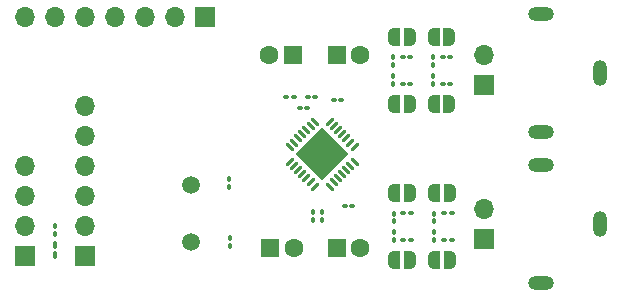
<source format=gbr>
%TF.GenerationSoftware,KiCad,Pcbnew,(6.0.5)*%
%TF.CreationDate,2022-08-07T22:36:51-04:00*%
%TF.ProjectId,ADE7953-Power-Sensor-breakout,41444537-3935-4332-9d50-6f7765722d53,rev?*%
%TF.SameCoordinates,Original*%
%TF.FileFunction,Soldermask,Top*%
%TF.FilePolarity,Negative*%
%FSLAX46Y46*%
G04 Gerber Fmt 4.6, Leading zero omitted, Abs format (unit mm)*
G04 Created by KiCad (PCBNEW (6.0.5)) date 2022-08-07 22:36:51*
%MOMM*%
%LPD*%
G01*
G04 APERTURE LIST*
G04 Aperture macros list*
%AMRoundRect*
0 Rectangle with rounded corners*
0 $1 Rounding radius*
0 $2 $3 $4 $5 $6 $7 $8 $9 X,Y pos of 4 corners*
0 Add a 4 corners polygon primitive as box body*
4,1,4,$2,$3,$4,$5,$6,$7,$8,$9,$2,$3,0*
0 Add four circle primitives for the rounded corners*
1,1,$1+$1,$2,$3*
1,1,$1+$1,$4,$5*
1,1,$1+$1,$6,$7*
1,1,$1+$1,$8,$9*
0 Add four rect primitives between the rounded corners*
20,1,$1+$1,$2,$3,$4,$5,0*
20,1,$1+$1,$4,$5,$6,$7,0*
20,1,$1+$1,$6,$7,$8,$9,0*
20,1,$1+$1,$8,$9,$2,$3,0*%
%AMRotRect*
0 Rectangle, with rotation*
0 The origin of the aperture is its center*
0 $1 length*
0 $2 width*
0 $3 Rotation angle, in degrees counterclockwise*
0 Add horizontal line*
21,1,$1,$2,0,0,$3*%
%AMFreePoly0*
4,1,20,0.000000,0.744959,0.073905,0.744508,0.209726,0.703889,0.328688,0.626782,0.421226,0.519385,0.479903,0.390333,0.500000,0.250000,0.500000,-0.250000,0.499851,-0.262216,0.476331,-0.402017,0.414519,-0.529596,0.319384,-0.634700,0.198574,-0.708877,0.061801,-0.746166,0.000000,-0.745033,0.000000,-0.750000,-0.500000,-0.750000,-0.500000,0.750000,0.000000,0.750000,0.000000,0.744959,
0.000000,0.744959,$1*%
%AMFreePoly1*
4,1,22,0.500000,-0.750000,0.000000,-0.750000,0.000000,-0.745033,-0.079941,-0.743568,-0.215256,-0.701293,-0.333266,-0.622738,-0.424486,-0.514219,-0.481581,-0.384460,-0.499164,-0.250000,-0.500000,-0.250000,-0.500000,0.250000,-0.499164,0.250000,-0.499963,0.256109,-0.478152,0.396186,-0.417904,0.524511,-0.324060,0.630769,-0.204165,0.706417,-0.067858,0.745374,0.000000,0.744959,0.000000,0.750000,
0.500000,0.750000,0.500000,-0.750000,0.500000,-0.750000,$1*%
G04 Aperture macros list end*
%ADD10C,1.500000*%
%ADD11RoundRect,0.062500X0.327037X-0.238649X-0.238649X0.327037X-0.327037X0.238649X0.238649X-0.327037X0*%
%ADD12RoundRect,0.062500X0.327037X0.238649X0.238649X0.327037X-0.327037X-0.238649X-0.238649X-0.327037X0*%
%ADD13RotRect,3.140000X3.140000X135.000000*%
%ADD14RoundRect,0.100000X-0.130000X-0.100000X0.130000X-0.100000X0.130000X0.100000X-0.130000X0.100000X0*%
%ADD15RoundRect,0.100000X-0.100000X0.130000X-0.100000X-0.130000X0.100000X-0.130000X0.100000X0.130000X0*%
%ADD16R,1.600000X1.600000*%
%ADD17C,1.600000*%
%ADD18RoundRect,0.100000X0.130000X0.100000X-0.130000X0.100000X-0.130000X-0.100000X0.130000X-0.100000X0*%
%ADD19RoundRect,0.100000X0.100000X-0.130000X0.100000X0.130000X-0.100000X0.130000X-0.100000X-0.130000X0*%
%ADD20O,2.200000X1.200000*%
%ADD21O,1.200000X2.200000*%
%ADD22FreePoly0,180.000000*%
%ADD23FreePoly1,180.000000*%
%ADD24R,1.700000X1.700000*%
%ADD25O,1.700000X1.700000*%
%ADD26RoundRect,0.100000X0.100000X-0.217500X0.100000X0.217500X-0.100000X0.217500X-0.100000X-0.217500X0*%
G04 APERTURE END LIST*
D10*
%TO.C,Y1*%
X191660000Y-70110000D03*
X191660000Y-65230000D03*
%TD*%
D11*
%TO.C,U1*%
X203357557Y-65398878D03*
X203711111Y-65045324D03*
X204064664Y-64691771D03*
X204418217Y-64338217D03*
X204771771Y-63984664D03*
X205125324Y-63631111D03*
X205478878Y-63277557D03*
D12*
X205478878Y-62022443D03*
X205125324Y-61668889D03*
X204771771Y-61315336D03*
X204418217Y-60961783D03*
X204064664Y-60608229D03*
X203711111Y-60254676D03*
X203357557Y-59901122D03*
D11*
X202102443Y-59901122D03*
X201748889Y-60254676D03*
X201395336Y-60608229D03*
X201041783Y-60961783D03*
X200688229Y-61315336D03*
X200334676Y-61668889D03*
X199981122Y-62022443D03*
D12*
X199981122Y-63277557D03*
X200334676Y-63631111D03*
X200688229Y-63984664D03*
X201041783Y-64338217D03*
X201395336Y-64691771D03*
X201748889Y-65045324D03*
X202102443Y-65398878D03*
D13*
X202730000Y-62650000D03*
%TD*%
D14*
%TO.C,R9*%
X199700000Y-57830000D03*
X200340000Y-57830000D03*
%TD*%
D15*
%TO.C,R8*%
X201910000Y-67550000D03*
X201910000Y-68190000D03*
%TD*%
D16*
%TO.C,C17*%
X198314888Y-70610000D03*
D17*
X200314888Y-70610000D03*
%TD*%
D14*
%TO.C,C16*%
X200810000Y-58760000D03*
X201450000Y-58760000D03*
%TD*%
D16*
%TO.C,C15*%
X203944888Y-54220000D03*
D17*
X205944888Y-54220000D03*
%TD*%
D18*
%TO.C,C14*%
X204360000Y-58060000D03*
X203720000Y-58060000D03*
%TD*%
D15*
%TO.C,C13*%
X194880000Y-65430000D03*
X194880000Y-64790000D03*
%TD*%
D19*
%TO.C,C12*%
X194930000Y-69760000D03*
X194930000Y-70400000D03*
%TD*%
D16*
%TO.C,C11*%
X200225113Y-54230000D03*
D17*
X198225113Y-54230000D03*
%TD*%
%TO.C,C10*%
X205944888Y-70610000D03*
D16*
X203944888Y-70610000D03*
%TD*%
D18*
%TO.C,C9*%
X202150000Y-57850000D03*
X201510000Y-57850000D03*
%TD*%
D14*
%TO.C,C8*%
X204650000Y-67030000D03*
X205290000Y-67030000D03*
%TD*%
D19*
%TO.C,C7*%
X202710000Y-68190000D03*
X202710000Y-67550000D03*
%TD*%
D20*
%TO.C,INPUT-B-1*%
X221267887Y-60800000D03*
D21*
X226267887Y-55800000D03*
D20*
X221267887Y-50800000D03*
%TD*%
D22*
%TO.C,JP3*%
X208847887Y-71610000D03*
D23*
X210147887Y-71610000D03*
%TD*%
D14*
%TO.C,R10*%
X209562887Y-54440000D03*
X210202887Y-54440000D03*
%TD*%
D18*
%TO.C,R7*%
X209552887Y-56730000D03*
X210192887Y-56730000D03*
%TD*%
D14*
%TO.C,R6*%
X213047887Y-67670000D03*
X213687887Y-67670000D03*
%TD*%
D18*
%TO.C,R1*%
X213047887Y-69930000D03*
X213687887Y-69930000D03*
%TD*%
D22*
%TO.C,JP8*%
X208837887Y-52760000D03*
D23*
X210137887Y-52760000D03*
%TD*%
D22*
%TO.C,JP7*%
X208827887Y-58420000D03*
D23*
X210127887Y-58420000D03*
%TD*%
%TO.C,JP6*%
X213497887Y-52760000D03*
D22*
X212197887Y-52760000D03*
%TD*%
%TO.C,JP5*%
X212187887Y-58420000D03*
D23*
X213487887Y-58420000D03*
%TD*%
%TO.C,JP4*%
X210147887Y-65970000D03*
D22*
X208847887Y-65970000D03*
%TD*%
%TO.C,JP2*%
X212217887Y-65980000D03*
D23*
X213517887Y-65980000D03*
%TD*%
D22*
%TO.C,JP1*%
X212217887Y-71610000D03*
D23*
X213517887Y-71610000D03*
%TD*%
D19*
%TO.C,C19*%
X208712887Y-55110000D03*
X208712887Y-54470000D03*
%TD*%
%TO.C,C18*%
X208702887Y-56060000D03*
X208702887Y-56700000D03*
%TD*%
%TO.C,C6*%
X212237887Y-68340000D03*
X212237887Y-67700000D03*
%TD*%
%TO.C,C5*%
X212237887Y-69260000D03*
X212237887Y-69900000D03*
%TD*%
D24*
%TO.C,J1*%
X192795000Y-51055000D03*
D25*
X190255000Y-51055000D03*
X187715000Y-51055000D03*
X185175000Y-51055000D03*
X182635000Y-51055000D03*
X180095000Y-51055000D03*
X177555000Y-51055000D03*
%TD*%
%TO.C,J7*%
X182650000Y-58590000D03*
X182650000Y-61130000D03*
X182650000Y-63670000D03*
X182650000Y-66210000D03*
X182650000Y-68750000D03*
D24*
X182650000Y-71290000D03*
%TD*%
%TO.C,INPUT-B-2*%
X216407887Y-56785000D03*
D25*
X216407887Y-54245000D03*
%TD*%
D14*
%TO.C,R3*%
X209607887Y-67650000D03*
X210247887Y-67650000D03*
%TD*%
D19*
%TO.C,C2*%
X208787887Y-68320000D03*
X208787887Y-67680000D03*
%TD*%
%TO.C,C1*%
X208787887Y-69250000D03*
X208787887Y-69890000D03*
%TD*%
%TO.C,R14*%
X180120000Y-69413750D03*
X180120000Y-68773750D03*
%TD*%
D14*
%TO.C,R5*%
X213587887Y-54440000D03*
X212947887Y-54440000D03*
%TD*%
D18*
%TO.C,R4*%
X213577887Y-56730000D03*
X212937887Y-56730000D03*
%TD*%
D26*
%TO.C,D3*%
X180120000Y-70346250D03*
X180120000Y-71161250D03*
%TD*%
D19*
%TO.C,C3*%
X212092887Y-56700000D03*
X212092887Y-56060000D03*
%TD*%
D25*
%TO.C,J6*%
X177570000Y-63670000D03*
X177570000Y-66210000D03*
X177570000Y-68750000D03*
D24*
X177570000Y-71290000D03*
%TD*%
D19*
%TO.C,C4*%
X212102887Y-54470000D03*
X212102887Y-55110000D03*
%TD*%
D24*
%TO.C,INPUT-A-2*%
X216437887Y-69875000D03*
D25*
X216437887Y-67335000D03*
%TD*%
D20*
%TO.C,INPUT-A-1*%
X221267887Y-73550000D03*
D21*
X226267887Y-68550000D03*
D20*
X221267887Y-63550000D03*
%TD*%
D18*
%TO.C,R2*%
X210247887Y-69920000D03*
X209607887Y-69920000D03*
%TD*%
M02*

</source>
